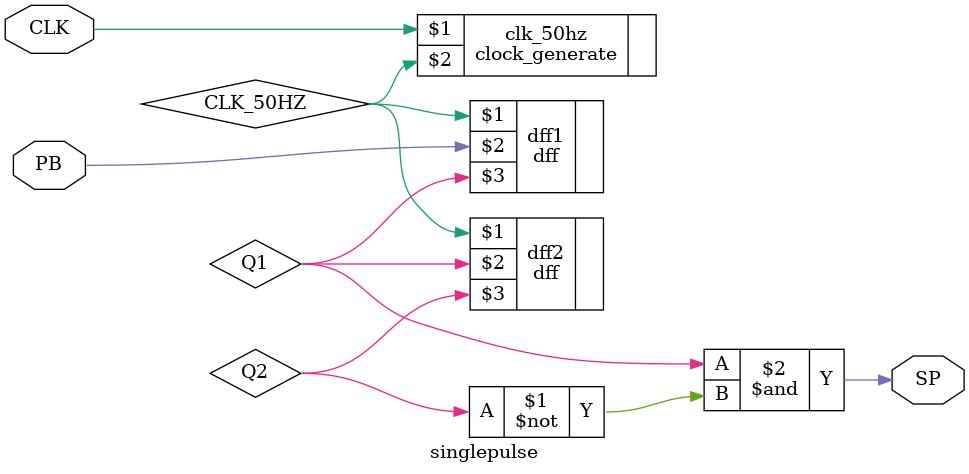
<source format=v>
`timescale 1ns / 1ps


module singlepulse(
    input CLK,
    input PB,
    output SP
    );
    
    wire CLK_50HZ;
    clock_generate clk_50hz(CLK, CLK_50HZ);
    
    wire Q1, Q2;
    dff dff1(CLK_50HZ, PB, Q1);
    dff dff2(CLK_50HZ, Q1, Q2);
    
    assign SP = Q1 & ~Q2;
    

    
    
    
endmodule

</source>
